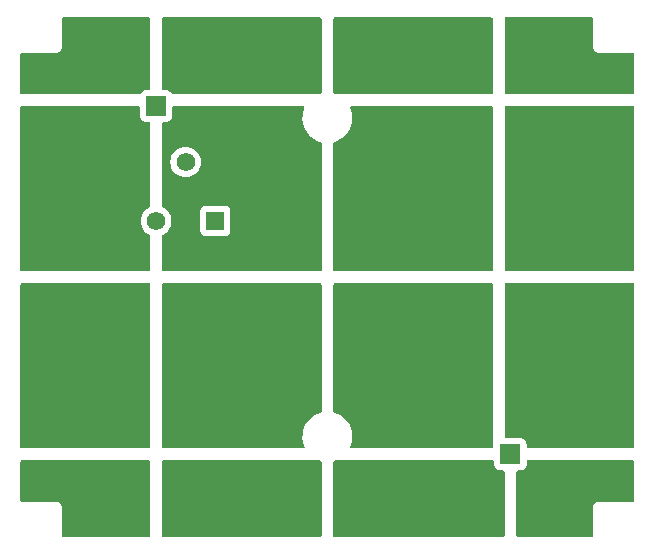
<source format=gbl>
%TF.GenerationSoftware,KiCad,Pcbnew,6.0.2+dfsg-1*%
%TF.CreationDate,2023-09-24T18:39:48+02:00*%
%TF.ProjectId,lampetit-battery,6c616d70-6574-4697-942d-626174746572,rev?*%
%TF.SameCoordinates,Original*%
%TF.FileFunction,Copper,L2,Bot*%
%TF.FilePolarity,Positive*%
%FSLAX46Y46*%
G04 Gerber Fmt 4.6, Leading zero omitted, Abs format (unit mm)*
G04 Created by KiCad (PCBNEW 6.0.2+dfsg-1) date 2023-09-24 18:39:48*
%MOMM*%
%LPD*%
G01*
G04 APERTURE LIST*
%TA.AperFunction,ComponentPad*%
%ADD10R,1.560000X1.560000*%
%TD*%
%TA.AperFunction,ComponentPad*%
%ADD11C,1.560000*%
%TD*%
%TA.AperFunction,ComponentPad*%
%ADD12R,1.700000X1.700000*%
%TD*%
%TA.AperFunction,ViaPad*%
%ADD13C,0.800000*%
%TD*%
G04 APERTURE END LIST*
D10*
%TO.P,RV1,1,1*%
%TO.N,unconnected-(RV1-Pad1)*%
X119100000Y-69040000D03*
D11*
%TO.P,RV1,2,2*%
%TO.N,Net-(JP1-Pad1)*%
X116600000Y-64040000D03*
%TO.P,RV1,3,3*%
%TO.N,+12V*%
X114100000Y-69040000D03*
%TD*%
D12*
%TO.P,J2,1,Pin_1*%
%TO.N,GND*%
X144100000Y-88800000D03*
%TD*%
%TO.P,J1,1,Pin_1*%
%TO.N,+12V*%
X114100000Y-59300000D03*
%TD*%
D13*
%TO.N,/L1_1*%
X103600000Y-60800000D03*
X103600000Y-71800000D03*
X109600000Y-71800000D03*
X109600000Y-60800000D03*
X111600000Y-60800000D03*
X111600000Y-68800000D03*
%TO.N,/L1_2*%
X112100000Y-86800000D03*
X103600000Y-75800000D03*
X109600000Y-86800000D03*
X103600000Y-86800000D03*
X109600000Y-75800000D03*
X111600000Y-78800000D03*
%TO.N,/L2_2*%
X126600000Y-82800000D03*
X119100000Y-75800000D03*
X116100000Y-78800000D03*
X116100000Y-86800000D03*
X124100000Y-75800000D03*
X124100000Y-86800000D03*
X119100000Y-86800000D03*
X126600000Y-75800000D03*
%TO.N,/L1_3*%
X112100000Y-93300000D03*
X112100000Y-90300000D03*
X103600000Y-90300000D03*
X109600000Y-90300000D03*
%TO.N,/L2_1*%
X126600000Y-68800000D03*
X119100000Y-71800000D03*
X119100000Y-63800000D03*
X126600000Y-71800000D03*
X124100000Y-60800000D03*
X124100000Y-71800000D03*
X119100000Y-60800000D03*
X124100000Y-63800000D03*
X116100000Y-68800000D03*
X126600000Y-63800000D03*
X124100000Y-68800000D03*
%TO.N,/L2_3*%
X119100000Y-93300000D03*
X126600000Y-93300000D03*
X124100000Y-93300000D03*
X124100000Y-90300000D03*
X116100000Y-90300000D03*
X119100000Y-90300000D03*
X116100000Y-93300000D03*
%TO.N,/L3_1*%
X134100000Y-71800000D03*
X139100000Y-60800000D03*
X141600000Y-67800000D03*
X131100000Y-71800000D03*
X134100000Y-60800000D03*
X139100000Y-71800000D03*
X141600000Y-60800000D03*
%TO.N,/L3_2*%
X141600000Y-79300000D03*
X141600000Y-86800000D03*
X134100000Y-86800000D03*
X139600000Y-75800000D03*
X131600000Y-75800000D03*
X131100000Y-82800000D03*
X139100000Y-86800000D03*
X134600000Y-75800000D03*
%TO.N,/L3_3*%
X134100000Y-93300000D03*
X142100000Y-90300000D03*
X142100000Y-93300000D03*
X131100000Y-93300000D03*
X139100000Y-93300000D03*
X134100000Y-90300000D03*
X139100000Y-90300000D03*
%TO.N,/L4_1*%
X147600000Y-71800000D03*
X153100000Y-60800000D03*
X153100000Y-71800000D03*
X144600000Y-60800000D03*
X144600000Y-67800000D03*
X147600000Y-60800000D03*
%TO.N,/L4_2*%
X147600000Y-86800000D03*
X153100000Y-86800000D03*
X153100000Y-75800000D03*
X147600000Y-75800000D03*
X145100000Y-86800000D03*
X144600000Y-79300000D03*
%TO.N,/L4_3*%
X147600000Y-90300000D03*
X153600000Y-90300000D03*
X146100000Y-90300000D03*
X146100000Y-93800000D03*
%TO.N,/L1_0*%
X103600000Y-57300000D03*
X103600000Y-55300000D03*
X109600000Y-57300000D03*
%TO.N,/L2_0*%
X119100000Y-57300000D03*
X124100000Y-57300000D03*
X122600000Y-54300000D03*
%TO.N,/L3_0*%
X141600000Y-57300000D03*
X137600000Y-53800000D03*
X139100000Y-57300000D03*
X133600000Y-57300000D03*
X135600000Y-53800000D03*
%TO.N,/L4_0*%
X153100000Y-55800000D03*
X153100000Y-57300000D03*
X147600000Y-54300000D03*
X147600000Y-57300000D03*
X144600000Y-57300000D03*
%TD*%
%TA.AperFunction,Conductor*%
%TO.N,/L1_3*%
G36*
X113542121Y-89320002D02*
G01*
X113588614Y-89373658D01*
X113600000Y-89426000D01*
X113600000Y-95674000D01*
X113579998Y-95742121D01*
X113526342Y-95788614D01*
X113474000Y-95800000D01*
X106234000Y-95800000D01*
X106165879Y-95779998D01*
X106119386Y-95726342D01*
X106108000Y-95674000D01*
X106108000Y-93308702D01*
X106108002Y-93307932D01*
X106108421Y-93239322D01*
X106108476Y-93230348D01*
X106106010Y-93221719D01*
X106106009Y-93221714D01*
X106100361Y-93201952D01*
X106096783Y-93185191D01*
X106093870Y-93164848D01*
X106093867Y-93164838D01*
X106092595Y-93155955D01*
X106081979Y-93132605D01*
X106075536Y-93115093D01*
X106070954Y-93099063D01*
X106068488Y-93090435D01*
X106052726Y-93065452D01*
X106044596Y-93050386D01*
X106032367Y-93023490D01*
X106015626Y-93004061D01*
X106004521Y-92989053D01*
X105995630Y-92974961D01*
X105990840Y-92967369D01*
X105968703Y-92947818D01*
X105956659Y-92935626D01*
X105943239Y-92920051D01*
X105943237Y-92920050D01*
X105937381Y-92913253D01*
X105929853Y-92908374D01*
X105929850Y-92908371D01*
X105915861Y-92899304D01*
X105900987Y-92888014D01*
X105888502Y-92876988D01*
X105881772Y-92871044D01*
X105873646Y-92867229D01*
X105873645Y-92867228D01*
X105867979Y-92864568D01*
X105855034Y-92858490D01*
X105840065Y-92850176D01*
X105815273Y-92834107D01*
X105790709Y-92826761D01*
X105773264Y-92820099D01*
X105750052Y-92809201D01*
X105720870Y-92804657D01*
X105704151Y-92800874D01*
X105684464Y-92794986D01*
X105684461Y-92794985D01*
X105675859Y-92792413D01*
X105666884Y-92792358D01*
X105666883Y-92792358D01*
X105660190Y-92792317D01*
X105641444Y-92792203D01*
X105640672Y-92792170D01*
X105639577Y-92792000D01*
X105608702Y-92792000D01*
X105607932Y-92791998D01*
X105534284Y-92791548D01*
X105534283Y-92791548D01*
X105530348Y-92791524D01*
X105529004Y-92791908D01*
X105527659Y-92792000D01*
X102726000Y-92792000D01*
X102657879Y-92771998D01*
X102611386Y-92718342D01*
X102600000Y-92666000D01*
X102600000Y-89426000D01*
X102620002Y-89357879D01*
X102673658Y-89311386D01*
X102726000Y-89300000D01*
X113474000Y-89300000D01*
X113542121Y-89320002D01*
G37*
%TD.AperFunction*%
%TD*%
%TA.AperFunction,Conductor*%
%TO.N,/L1_2*%
G36*
X113542121Y-74320002D02*
G01*
X113588614Y-74373658D01*
X113600000Y-74426000D01*
X113600000Y-88174000D01*
X113579998Y-88242121D01*
X113526342Y-88288614D01*
X113474000Y-88300000D01*
X102726000Y-88300000D01*
X102657879Y-88279998D01*
X102611386Y-88226342D01*
X102600000Y-88174000D01*
X102600000Y-74426000D01*
X102620002Y-74357879D01*
X102673658Y-74311386D01*
X102726000Y-74300000D01*
X113474000Y-74300000D01*
X113542121Y-74320002D01*
G37*
%TD.AperFunction*%
%TD*%
%TA.AperFunction,Conductor*%
%TO.N,/L3_3*%
G36*
X142683621Y-89320002D02*
G01*
X142730114Y-89373658D01*
X142741500Y-89426000D01*
X142741500Y-89698134D01*
X142748255Y-89760316D01*
X142799385Y-89896705D01*
X142886739Y-90013261D01*
X143003295Y-90100615D01*
X143139684Y-90151745D01*
X143201866Y-90158500D01*
X143474000Y-90158500D01*
X143542121Y-90178502D01*
X143588614Y-90232158D01*
X143600000Y-90284500D01*
X143600000Y-95674000D01*
X143579998Y-95742121D01*
X143526342Y-95788614D01*
X143474000Y-95800000D01*
X129226000Y-95800000D01*
X129157879Y-95779998D01*
X129111386Y-95726342D01*
X129100000Y-95674000D01*
X129100000Y-89448823D01*
X129120002Y-89380702D01*
X129173658Y-89334209D01*
X129183941Y-89330050D01*
X129248392Y-89307227D01*
X129290451Y-89300000D01*
X142615500Y-89300000D01*
X142683621Y-89320002D01*
G37*
%TD.AperFunction*%
%TD*%
%TA.AperFunction,Conductor*%
%TO.N,/L3_2*%
G36*
X142542121Y-74320002D02*
G01*
X142588614Y-74373658D01*
X142600000Y-74426000D01*
X142600000Y-88174000D01*
X142579998Y-88242121D01*
X142526342Y-88288614D01*
X142474000Y-88300000D01*
X130656686Y-88300000D01*
X130588565Y-88279998D01*
X130542072Y-88226342D01*
X130531968Y-88156068D01*
X130541311Y-88123359D01*
X130588483Y-88015898D01*
X130667244Y-87739406D01*
X130707751Y-87454784D01*
X130709257Y-87167297D01*
X130671732Y-86882266D01*
X130595871Y-86604964D01*
X130483077Y-86340524D01*
X130335439Y-86093839D01*
X130155687Y-85869472D01*
X129947149Y-85671577D01*
X129713683Y-85503814D01*
X129691843Y-85492250D01*
X129668654Y-85479972D01*
X129459608Y-85369288D01*
X129189627Y-85270489D01*
X129189662Y-85270392D01*
X129131009Y-85232931D01*
X129101334Y-85168434D01*
X129100000Y-85150150D01*
X129100000Y-74426000D01*
X129120002Y-74357879D01*
X129173658Y-74311386D01*
X129226000Y-74300000D01*
X142474000Y-74300000D01*
X142542121Y-74320002D01*
G37*
%TD.AperFunction*%
%TD*%
%TA.AperFunction,Conductor*%
%TO.N,/L2_1*%
G36*
X126611435Y-59320002D02*
G01*
X126657928Y-59373658D01*
X126668032Y-59443932D01*
X126658689Y-59476641D01*
X126611517Y-59584102D01*
X126532756Y-59860594D01*
X126492249Y-60145216D01*
X126492227Y-60149505D01*
X126492226Y-60149512D01*
X126490765Y-60428417D01*
X126490743Y-60432703D01*
X126528268Y-60717734D01*
X126604129Y-60995036D01*
X126716923Y-61259476D01*
X126864561Y-61506161D01*
X127044313Y-61730528D01*
X127252851Y-61928423D01*
X127486317Y-62096186D01*
X127490112Y-62098195D01*
X127490113Y-62098196D01*
X127531346Y-62120028D01*
X127740392Y-62230712D01*
X128010373Y-62329511D01*
X128010338Y-62329608D01*
X128068991Y-62367069D01*
X128098666Y-62431566D01*
X128100000Y-62449850D01*
X128100000Y-73174000D01*
X128079998Y-73242121D01*
X128026342Y-73288614D01*
X127974000Y-73300000D01*
X114726000Y-73300000D01*
X114657879Y-73279998D01*
X114611386Y-73226342D01*
X114600000Y-73174000D01*
X114600000Y-70308819D01*
X114620002Y-70240698D01*
X114672751Y-70194624D01*
X114741726Y-70162461D01*
X114741730Y-70162459D01*
X114746711Y-70160136D01*
X114931396Y-70030819D01*
X115090819Y-69871396D01*
X115093103Y-69868134D01*
X117811500Y-69868134D01*
X117818255Y-69930316D01*
X117869385Y-70066705D01*
X117956739Y-70183261D01*
X118073295Y-70270615D01*
X118209684Y-70321745D01*
X118271866Y-70328500D01*
X119928134Y-70328500D01*
X119990316Y-70321745D01*
X120126705Y-70270615D01*
X120243261Y-70183261D01*
X120330615Y-70066705D01*
X120381745Y-69930316D01*
X120388500Y-69868134D01*
X120388500Y-68211866D01*
X120381745Y-68149684D01*
X120330615Y-68013295D01*
X120243261Y-67896739D01*
X120126705Y-67809385D01*
X119990316Y-67758255D01*
X119928134Y-67751500D01*
X118271866Y-67751500D01*
X118209684Y-67758255D01*
X118073295Y-67809385D01*
X117956739Y-67896739D01*
X117869385Y-68013295D01*
X117818255Y-68149684D01*
X117811500Y-68211866D01*
X117811500Y-69868134D01*
X115093103Y-69868134D01*
X115220136Y-69686711D01*
X115315419Y-69482376D01*
X115373772Y-69264600D01*
X115393422Y-69040000D01*
X115373772Y-68815400D01*
X115315419Y-68597624D01*
X115220136Y-68393289D01*
X115090819Y-68208604D01*
X114931396Y-68049181D01*
X114746711Y-67919864D01*
X114741730Y-67917541D01*
X114741726Y-67917539D01*
X114672751Y-67885376D01*
X114619465Y-67838459D01*
X114600000Y-67771181D01*
X114600000Y-64040000D01*
X115306578Y-64040000D01*
X115326228Y-64264600D01*
X115384581Y-64482376D01*
X115479864Y-64686711D01*
X115609181Y-64871396D01*
X115768604Y-65030819D01*
X115953289Y-65160136D01*
X115958267Y-65162457D01*
X115958270Y-65162459D01*
X116152642Y-65253096D01*
X116157624Y-65255419D01*
X116162932Y-65256841D01*
X116162934Y-65256842D01*
X116370085Y-65312348D01*
X116370087Y-65312348D01*
X116375400Y-65313772D01*
X116600000Y-65333422D01*
X116824600Y-65313772D01*
X116829913Y-65312348D01*
X116829915Y-65312348D01*
X117037066Y-65256842D01*
X117037068Y-65256841D01*
X117042376Y-65255419D01*
X117047358Y-65253096D01*
X117241730Y-65162459D01*
X117241733Y-65162457D01*
X117246711Y-65160136D01*
X117431396Y-65030819D01*
X117590819Y-64871396D01*
X117720136Y-64686711D01*
X117815419Y-64482376D01*
X117873772Y-64264600D01*
X117893422Y-64040000D01*
X117873772Y-63815400D01*
X117815419Y-63597624D01*
X117720136Y-63393289D01*
X117590819Y-63208604D01*
X117431396Y-63049181D01*
X117246711Y-62919864D01*
X117241733Y-62917543D01*
X117241730Y-62917541D01*
X117047358Y-62826904D01*
X117047357Y-62826903D01*
X117042376Y-62824581D01*
X117037068Y-62823159D01*
X117037066Y-62823158D01*
X116829915Y-62767652D01*
X116829913Y-62767652D01*
X116824600Y-62766228D01*
X116600000Y-62746578D01*
X116375400Y-62766228D01*
X116370087Y-62767652D01*
X116370085Y-62767652D01*
X116162934Y-62823158D01*
X116162932Y-62823159D01*
X116157624Y-62824581D01*
X116152643Y-62826903D01*
X116152642Y-62826904D01*
X115958270Y-62917541D01*
X115958267Y-62917543D01*
X115953289Y-62919864D01*
X115768604Y-63049181D01*
X115609181Y-63208604D01*
X115479864Y-63393289D01*
X115384581Y-63597624D01*
X115326228Y-63815400D01*
X115306578Y-64040000D01*
X114600000Y-64040000D01*
X114600000Y-60784500D01*
X114620002Y-60716379D01*
X114673658Y-60669886D01*
X114726000Y-60658500D01*
X114998134Y-60658500D01*
X115060316Y-60651745D01*
X115196705Y-60600615D01*
X115313261Y-60513261D01*
X115400615Y-60396705D01*
X115451745Y-60260316D01*
X115458500Y-60198134D01*
X115458500Y-59426000D01*
X115478502Y-59357879D01*
X115532158Y-59311386D01*
X115584500Y-59300000D01*
X126543314Y-59300000D01*
X126611435Y-59320002D01*
G37*
%TD.AperFunction*%
%TD*%
%TA.AperFunction,Conductor*%
%TO.N,/L1_0*%
G36*
X113542121Y-51820002D02*
G01*
X113588614Y-51873658D01*
X113600000Y-51926000D01*
X113600000Y-57815500D01*
X113579998Y-57883621D01*
X113526342Y-57930114D01*
X113474000Y-57941500D01*
X113201866Y-57941500D01*
X113139684Y-57948255D01*
X113003295Y-57999385D01*
X112886739Y-58086739D01*
X112881358Y-58093919D01*
X112804767Y-58196113D01*
X112804765Y-58196116D01*
X112799385Y-58203295D01*
X112796235Y-58211698D01*
X112793788Y-58218226D01*
X112751149Y-58274992D01*
X112684588Y-58299694D01*
X112675805Y-58300000D01*
X102726000Y-58300000D01*
X102657879Y-58279998D01*
X102611386Y-58226342D01*
X102600000Y-58174000D01*
X102600000Y-54934000D01*
X102620002Y-54865879D01*
X102673658Y-54819386D01*
X102726000Y-54808000D01*
X105591298Y-54808000D01*
X105592069Y-54808002D01*
X105669652Y-54808476D01*
X105678281Y-54806010D01*
X105678286Y-54806009D01*
X105698048Y-54800361D01*
X105714809Y-54796783D01*
X105735152Y-54793870D01*
X105735162Y-54793867D01*
X105744045Y-54792595D01*
X105767395Y-54781979D01*
X105784907Y-54775536D01*
X105800937Y-54770954D01*
X105809565Y-54768488D01*
X105834548Y-54752726D01*
X105849614Y-54744596D01*
X105876510Y-54732367D01*
X105895939Y-54715626D01*
X105910947Y-54704521D01*
X105925039Y-54695630D01*
X105932631Y-54690840D01*
X105952182Y-54668703D01*
X105964374Y-54656659D01*
X105979949Y-54643239D01*
X105979950Y-54643237D01*
X105986747Y-54637381D01*
X105991626Y-54629853D01*
X105991629Y-54629850D01*
X106000696Y-54615861D01*
X106011986Y-54600987D01*
X106023012Y-54588502D01*
X106028956Y-54581772D01*
X106041510Y-54555034D01*
X106049824Y-54540065D01*
X106065893Y-54515273D01*
X106073239Y-54490709D01*
X106079901Y-54473264D01*
X106086983Y-54458179D01*
X106090799Y-54450052D01*
X106095343Y-54420870D01*
X106099126Y-54404151D01*
X106105014Y-54384464D01*
X106105015Y-54384461D01*
X106107587Y-54375859D01*
X106107797Y-54341444D01*
X106107830Y-54340672D01*
X106108000Y-54339577D01*
X106108000Y-54308702D01*
X106108002Y-54307932D01*
X106108452Y-54234284D01*
X106108452Y-54234283D01*
X106108476Y-54230348D01*
X106108092Y-54229004D01*
X106108000Y-54227659D01*
X106108000Y-51926000D01*
X106128002Y-51857879D01*
X106181658Y-51811386D01*
X106234000Y-51800000D01*
X113474000Y-51800000D01*
X113542121Y-51820002D01*
G37*
%TD.AperFunction*%
%TD*%
%TA.AperFunction,Conductor*%
%TO.N,/L4_0*%
G36*
X151034121Y-51820002D02*
G01*
X151080614Y-51873658D01*
X151092000Y-51926000D01*
X151092000Y-54291298D01*
X151091998Y-54292068D01*
X151091524Y-54369652D01*
X151093990Y-54378281D01*
X151093991Y-54378286D01*
X151099639Y-54398048D01*
X151103217Y-54414809D01*
X151106130Y-54435152D01*
X151106133Y-54435162D01*
X151107405Y-54444045D01*
X151118021Y-54467395D01*
X151124464Y-54484907D01*
X151131512Y-54509565D01*
X151147274Y-54534548D01*
X151155404Y-54549614D01*
X151167633Y-54576510D01*
X151184374Y-54595939D01*
X151195479Y-54610947D01*
X151209160Y-54632631D01*
X151215888Y-54638573D01*
X151231296Y-54652181D01*
X151243340Y-54664373D01*
X151262619Y-54686747D01*
X151270147Y-54691626D01*
X151270150Y-54691629D01*
X151284139Y-54700696D01*
X151299013Y-54711986D01*
X151318228Y-54728956D01*
X151326354Y-54732771D01*
X151326355Y-54732772D01*
X151332021Y-54735432D01*
X151344966Y-54741510D01*
X151359935Y-54749824D01*
X151384727Y-54765893D01*
X151393327Y-54768465D01*
X151409290Y-54773239D01*
X151426736Y-54779901D01*
X151449948Y-54790799D01*
X151479130Y-54795343D01*
X151495849Y-54799126D01*
X151515536Y-54805014D01*
X151515539Y-54805015D01*
X151524141Y-54807587D01*
X151533116Y-54807642D01*
X151533117Y-54807642D01*
X151539810Y-54807683D01*
X151558556Y-54807797D01*
X151559328Y-54807830D01*
X151560423Y-54808000D01*
X151591298Y-54808000D01*
X151592068Y-54808002D01*
X151665716Y-54808452D01*
X151665717Y-54808452D01*
X151669652Y-54808476D01*
X151670996Y-54808092D01*
X151672341Y-54808000D01*
X154474000Y-54808000D01*
X154542121Y-54828002D01*
X154588614Y-54881658D01*
X154600000Y-54934000D01*
X154600000Y-58174000D01*
X154579998Y-58242121D01*
X154526342Y-58288614D01*
X154474000Y-58300000D01*
X143726000Y-58300000D01*
X143657879Y-58279998D01*
X143611386Y-58226342D01*
X143600000Y-58174000D01*
X143600000Y-51926000D01*
X143620002Y-51857879D01*
X143673658Y-51811386D01*
X143726000Y-51800000D01*
X150966000Y-51800000D01*
X151034121Y-51820002D01*
G37*
%TD.AperFunction*%
%TD*%
%TA.AperFunction,Conductor*%
%TO.N,/L2_3*%
G36*
X127950700Y-89307674D02*
G01*
X127960844Y-89311386D01*
X128010373Y-89329511D01*
X128010338Y-89329608D01*
X128068991Y-89367069D01*
X128098666Y-89431566D01*
X128100000Y-89449850D01*
X128100000Y-95674000D01*
X128079998Y-95742121D01*
X128026342Y-95788614D01*
X127974000Y-95800000D01*
X114726000Y-95800000D01*
X114657879Y-95779998D01*
X114611386Y-95726342D01*
X114600000Y-95674000D01*
X114600000Y-89426000D01*
X114620002Y-89357879D01*
X114673658Y-89311386D01*
X114726000Y-89300000D01*
X127907399Y-89300000D01*
X127950700Y-89307674D01*
G37*
%TD.AperFunction*%
%TD*%
%TA.AperFunction,Conductor*%
%TO.N,/L1_1*%
G36*
X112683621Y-59320002D02*
G01*
X112730114Y-59373658D01*
X112741500Y-59426000D01*
X112741500Y-60198134D01*
X112748255Y-60260316D01*
X112799385Y-60396705D01*
X112886739Y-60513261D01*
X113003295Y-60600615D01*
X113139684Y-60651745D01*
X113201866Y-60658500D01*
X113474000Y-60658500D01*
X113542121Y-60678502D01*
X113588614Y-60732158D01*
X113600000Y-60784500D01*
X113600000Y-67771181D01*
X113579998Y-67839302D01*
X113527249Y-67885376D01*
X113458274Y-67917539D01*
X113458270Y-67917541D01*
X113453289Y-67919864D01*
X113268604Y-68049181D01*
X113109181Y-68208604D01*
X112979864Y-68393289D01*
X112884581Y-68597624D01*
X112826228Y-68815400D01*
X112806578Y-69040000D01*
X112826228Y-69264600D01*
X112884581Y-69482376D01*
X112979864Y-69686711D01*
X113109181Y-69871396D01*
X113268604Y-70030819D01*
X113453289Y-70160136D01*
X113458270Y-70162459D01*
X113458274Y-70162461D01*
X113527249Y-70194624D01*
X113580535Y-70241541D01*
X113600000Y-70308819D01*
X113600000Y-73174000D01*
X113579998Y-73242121D01*
X113526342Y-73288614D01*
X113474000Y-73300000D01*
X102726000Y-73300000D01*
X102657879Y-73279998D01*
X102611386Y-73226342D01*
X102600000Y-73174000D01*
X102600000Y-59426000D01*
X102620002Y-59357879D01*
X102673658Y-59311386D01*
X102726000Y-59300000D01*
X112615500Y-59300000D01*
X112683621Y-59320002D01*
G37*
%TD.AperFunction*%
%TD*%
%TA.AperFunction,Conductor*%
%TO.N,/L3_0*%
G36*
X142542121Y-51820002D02*
G01*
X142588614Y-51873658D01*
X142600000Y-51926000D01*
X142600000Y-58174000D01*
X142579998Y-58242121D01*
X142526342Y-58288614D01*
X142474000Y-58300000D01*
X129292601Y-58300000D01*
X129249300Y-58292326D01*
X129193655Y-58271963D01*
X129193654Y-58271963D01*
X129189627Y-58270489D01*
X129189662Y-58270392D01*
X129131009Y-58232931D01*
X129101334Y-58168434D01*
X129100000Y-58150150D01*
X129100000Y-51926000D01*
X129120002Y-51857879D01*
X129173658Y-51811386D01*
X129226000Y-51800000D01*
X142474000Y-51800000D01*
X142542121Y-51820002D01*
G37*
%TD.AperFunction*%
%TD*%
%TA.AperFunction,Conductor*%
%TO.N,/L4_3*%
G36*
X154542121Y-89320002D02*
G01*
X154588614Y-89373658D01*
X154600000Y-89426000D01*
X154600000Y-92666000D01*
X154579998Y-92734121D01*
X154526342Y-92780614D01*
X154474000Y-92792000D01*
X151608702Y-92792000D01*
X151607932Y-92791998D01*
X151607078Y-92791993D01*
X151530348Y-92791524D01*
X151521719Y-92793990D01*
X151521714Y-92793991D01*
X151501952Y-92799639D01*
X151485191Y-92803217D01*
X151464848Y-92806130D01*
X151464838Y-92806133D01*
X151455955Y-92807405D01*
X151432605Y-92818021D01*
X151415093Y-92824464D01*
X151402200Y-92828149D01*
X151390435Y-92831512D01*
X151365452Y-92847274D01*
X151350386Y-92855404D01*
X151323490Y-92867633D01*
X151304061Y-92884374D01*
X151289053Y-92895479D01*
X151267369Y-92909160D01*
X151261427Y-92915888D01*
X151247819Y-92931296D01*
X151235627Y-92943340D01*
X151213253Y-92962619D01*
X151208374Y-92970147D01*
X151208371Y-92970150D01*
X151199304Y-92984139D01*
X151188014Y-92999013D01*
X151171044Y-93018228D01*
X151158490Y-93044966D01*
X151150176Y-93059935D01*
X151134107Y-93084727D01*
X151131535Y-93093327D01*
X151126761Y-93109290D01*
X151120099Y-93126736D01*
X151109201Y-93149948D01*
X151107820Y-93158821D01*
X151104658Y-93179128D01*
X151100874Y-93195849D01*
X151094986Y-93215536D01*
X151094985Y-93215539D01*
X151092413Y-93224141D01*
X151092358Y-93233116D01*
X151092358Y-93233117D01*
X151092203Y-93258546D01*
X151092170Y-93259328D01*
X151092000Y-93260423D01*
X151092000Y-93291298D01*
X151091998Y-93292068D01*
X151091524Y-93369652D01*
X151091908Y-93370996D01*
X151092000Y-93372341D01*
X151092000Y-95674000D01*
X151071998Y-95742121D01*
X151018342Y-95788614D01*
X150966000Y-95800000D01*
X144726000Y-95800000D01*
X144657879Y-95779998D01*
X144611386Y-95726342D01*
X144600000Y-95674000D01*
X144600000Y-90284500D01*
X144620002Y-90216379D01*
X144673658Y-90169886D01*
X144726000Y-90158500D01*
X144998134Y-90158500D01*
X145060316Y-90151745D01*
X145196705Y-90100615D01*
X145313261Y-90013261D01*
X145400615Y-89896705D01*
X145451745Y-89760316D01*
X145458500Y-89698134D01*
X145458500Y-89426000D01*
X145478502Y-89357879D01*
X145532158Y-89311386D01*
X145584500Y-89300000D01*
X154474000Y-89300000D01*
X154542121Y-89320002D01*
G37*
%TD.AperFunction*%
%TD*%
%TA.AperFunction,Conductor*%
%TO.N,/L2_0*%
G36*
X128042121Y-51820002D02*
G01*
X128088614Y-51873658D01*
X128100000Y-51926000D01*
X128100000Y-58151177D01*
X128079998Y-58219298D01*
X128026342Y-58265791D01*
X128016059Y-58269950D01*
X127951608Y-58292773D01*
X127909549Y-58300000D01*
X115524195Y-58300000D01*
X115456074Y-58279998D01*
X115409581Y-58226342D01*
X115406212Y-58218226D01*
X115403765Y-58211698D01*
X115400615Y-58203295D01*
X115395235Y-58196116D01*
X115395233Y-58196113D01*
X115318642Y-58093919D01*
X115313261Y-58086739D01*
X115196705Y-57999385D01*
X115060316Y-57948255D01*
X114998134Y-57941500D01*
X114726000Y-57941500D01*
X114657879Y-57921498D01*
X114611386Y-57867842D01*
X114600000Y-57815500D01*
X114600000Y-51926000D01*
X114620002Y-51857879D01*
X114673658Y-51811386D01*
X114726000Y-51800000D01*
X127974000Y-51800000D01*
X128042121Y-51820002D01*
G37*
%TD.AperFunction*%
%TD*%
%TA.AperFunction,Conductor*%
%TO.N,/L3_1*%
G36*
X142542121Y-59320002D02*
G01*
X142588614Y-59373658D01*
X142600000Y-59426000D01*
X142600000Y-73174000D01*
X142579998Y-73242121D01*
X142526342Y-73288614D01*
X142474000Y-73300000D01*
X129226000Y-73300000D01*
X129157879Y-73279998D01*
X129111386Y-73226342D01*
X129100000Y-73174000D01*
X129100000Y-62448823D01*
X129120002Y-62380702D01*
X129173658Y-62334209D01*
X129183931Y-62330053D01*
X129439343Y-62239607D01*
X129694812Y-62107750D01*
X129698313Y-62105289D01*
X129698317Y-62105287D01*
X129812417Y-62025096D01*
X129930023Y-61942441D01*
X130140622Y-61746740D01*
X130322713Y-61524268D01*
X130472927Y-61279142D01*
X130588483Y-61015898D01*
X130667244Y-60739406D01*
X130707751Y-60454784D01*
X130709257Y-60167297D01*
X130671732Y-59882266D01*
X130595871Y-59604964D01*
X130540622Y-59475435D01*
X130532293Y-59404928D01*
X130563406Y-59341112D01*
X130624081Y-59304247D01*
X130656519Y-59300000D01*
X142474000Y-59300000D01*
X142542121Y-59320002D01*
G37*
%TD.AperFunction*%
%TD*%
%TA.AperFunction,Conductor*%
%TO.N,/L4_2*%
G36*
X154542121Y-74320002D02*
G01*
X154588614Y-74373658D01*
X154600000Y-74426000D01*
X154600000Y-88174000D01*
X154579998Y-88242121D01*
X154526342Y-88288614D01*
X154474000Y-88300000D01*
X145584500Y-88300000D01*
X145516379Y-88279998D01*
X145469886Y-88226342D01*
X145458500Y-88174000D01*
X145458500Y-87901866D01*
X145451745Y-87839684D01*
X145400615Y-87703295D01*
X145313261Y-87586739D01*
X145196705Y-87499385D01*
X145060316Y-87448255D01*
X144998134Y-87441500D01*
X143726000Y-87441500D01*
X143657879Y-87421498D01*
X143611386Y-87367842D01*
X143600000Y-87315500D01*
X143600000Y-74426000D01*
X143620002Y-74357879D01*
X143673658Y-74311386D01*
X143726000Y-74300000D01*
X154474000Y-74300000D01*
X154542121Y-74320002D01*
G37*
%TD.AperFunction*%
%TD*%
%TA.AperFunction,Conductor*%
%TO.N,/L4_1*%
G36*
X154542121Y-59320002D02*
G01*
X154588614Y-59373658D01*
X154600000Y-59426000D01*
X154600000Y-73174000D01*
X154579998Y-73242121D01*
X154526342Y-73288614D01*
X154474000Y-73300000D01*
X143726000Y-73300000D01*
X143657879Y-73279998D01*
X143611386Y-73226342D01*
X143600000Y-73174000D01*
X143600000Y-59426000D01*
X143620002Y-59357879D01*
X143673658Y-59311386D01*
X143726000Y-59300000D01*
X154474000Y-59300000D01*
X154542121Y-59320002D01*
G37*
%TD.AperFunction*%
%TD*%
%TA.AperFunction,Conductor*%
%TO.N,/L2_2*%
G36*
X128042121Y-74320002D02*
G01*
X128088614Y-74373658D01*
X128100000Y-74426000D01*
X128100000Y-85151177D01*
X128079998Y-85219298D01*
X128026342Y-85265791D01*
X128016069Y-85269947D01*
X127760657Y-85360393D01*
X127505188Y-85492250D01*
X127501687Y-85494711D01*
X127501683Y-85494713D01*
X127488734Y-85503814D01*
X127269977Y-85657559D01*
X127059378Y-85853260D01*
X126877287Y-86075732D01*
X126727073Y-86320858D01*
X126611517Y-86584102D01*
X126532756Y-86860594D01*
X126492249Y-87145216D01*
X126490743Y-87432703D01*
X126528268Y-87717734D01*
X126604129Y-87995036D01*
X126605813Y-87998984D01*
X126659378Y-88124565D01*
X126667707Y-88195072D01*
X126636594Y-88258888D01*
X126575919Y-88295753D01*
X126543481Y-88300000D01*
X114726000Y-88300000D01*
X114657879Y-88279998D01*
X114611386Y-88226342D01*
X114600000Y-88174000D01*
X114600000Y-74426000D01*
X114620002Y-74357879D01*
X114673658Y-74311386D01*
X114726000Y-74300000D01*
X127974000Y-74300000D01*
X128042121Y-74320002D01*
G37*
%TD.AperFunction*%
%TD*%
M02*

</source>
